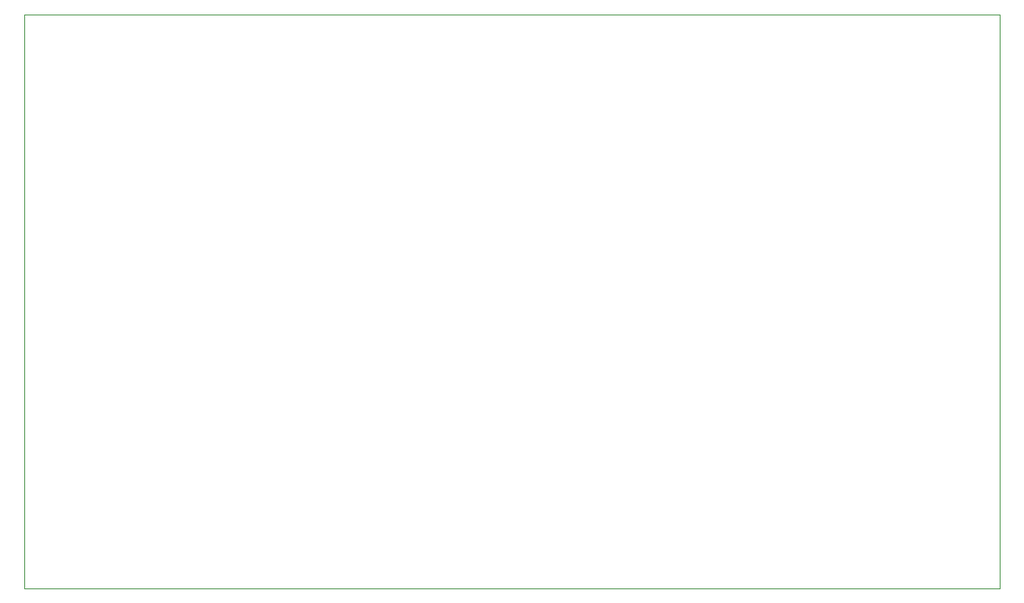
<source format=gbr>
%TF.GenerationSoftware,KiCad,Pcbnew,(5.1.9)-1*%
%TF.CreationDate,2021-03-28T23:40:50-04:00*%
%TF.ProjectId,Smart_Reciever_Max,536d6172-745f-4526-9563-69657665725f,v2*%
%TF.SameCoordinates,Original*%
%TF.FileFunction,Profile,NP*%
%FSLAX46Y46*%
G04 Gerber Fmt 4.6, Leading zero omitted, Abs format (unit mm)*
G04 Created by KiCad (PCBNEW (5.1.9)-1) date 2021-03-28 23:40:50*
%MOMM*%
%LPD*%
G01*
G04 APERTURE LIST*
%TA.AperFunction,Profile*%
%ADD10C,0.050000*%
%TD*%
G04 APERTURE END LIST*
D10*
X102000000Y-119000000D02*
X204000000Y-119000000D01*
X102000000Y-59000000D02*
X102000000Y-119000000D01*
X204000000Y-59000000D02*
X102000000Y-59000000D01*
X204000000Y-119000000D02*
X204000000Y-59000000D01*
M02*

</source>
